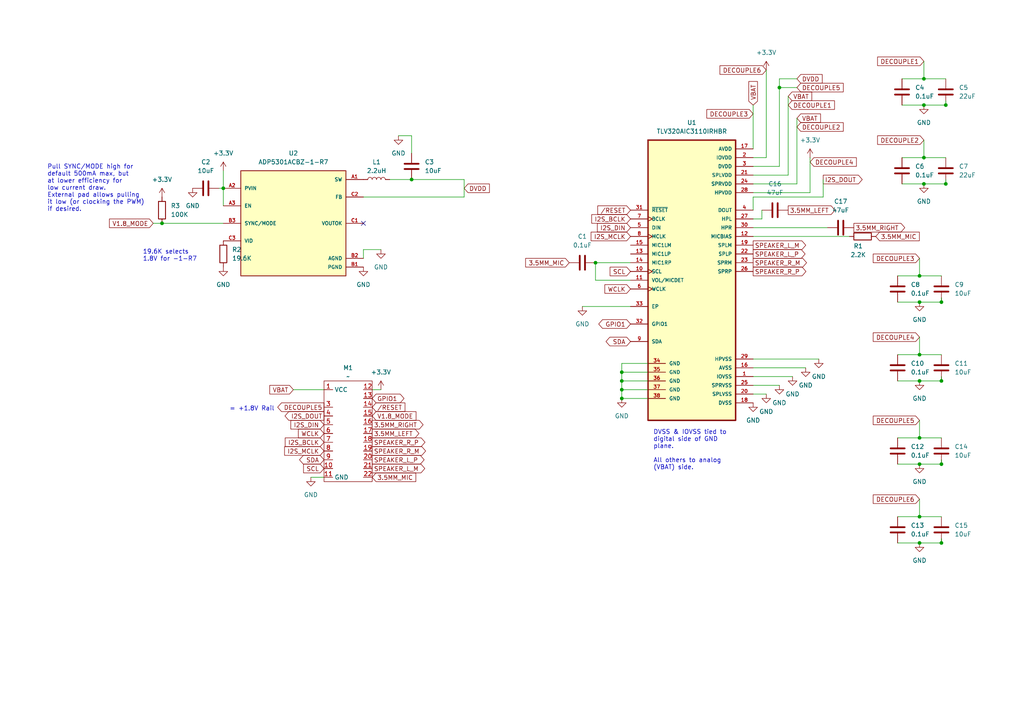
<source format=kicad_sch>
(kicad_sch (version 20231120) (generator "eeschema") (generator_version "8.0")
  (paper "A4")
  (lib_symbols
    (symbol "ADP5301ACBZ-1-R7:ADP5301ACBZ-1-R7" (pin_names (offset 1.016))
      (property "Reference" "U" (at -15.24 16.002 0))
      (property "Value" "ADP5301ACBZ-1-R7" (at -15.24 -17.78 0))
      (symbol "ADP5301ACBZ-1-R7_0_0"
        (rectangle (start -15.24 -15.24) (end 15.24 15.24) (stroke (width 0.254)) (fill (type background)))
        (pin output line (at 20.32 12.7 180) (length 5.08) (name "SW") (number "A1"))
        (pin input line (at -20.32 10.16 0) (length 5.08) (name "PVIN") (number "A2"))
        (pin input line (at -20.32 5.08 0) (length 5.08) (name "EN") (number "A3"))
        (pin power_in line (at 20.32 -12.7 180) (length 5.08) (name "PGND") (number "B1"))
        (pin power_in line (at 20.32 -10.16 180) (length 5.08) (name "AGND") (number "B2"))
        (pin input line (at -20.32 0 0) (length 5.08) (name "SYNC/MODE") (number "B3"))
        (pin output line (at 20.32 0 180) (length 5.08) (name "VOUTOK") (number "C1"))
        (pin input line (at 20.32 7.62 180) (length 5.08) (name "FB") (number "C2"))
        (pin passive line (at -20.32 -5.08 0) (length 5.08) (name "VID") (number "C3"))
      )
    )
    (symbol "Device:C" (pin_numbers hide) (pin_names (offset 0.254))
      (property "Reference" "C" (at 0.635 2.54 0))
      (property "Value" "C" (at 0.635 -2.54 0))
      (symbol "C_0_1"
        (polyline (pts (xy -2.032 -0.762) (xy 2.032 -0.762)) (stroke (width 0.508)))
        (polyline (pts (xy -2.032 0.762) (xy 2.032 0.762)) (stroke (width 0.508)))
      )
      (symbol "C_1_1"
        (pin passive line (at 0 3.81 270) (length 2.794) (name "~") (number "1"))
        (pin passive line (at 0 -3.81 90) (length 2.794) (name "~") (number "2"))
      )
    )
    (symbol "Device:L" (pin_numbers hide) (pin_names (offset 1.016) hide)
      (property "Reference" "L" (at -1.27 0 90))
      (property "Value" "L" (at 1.905 0 90))
      (symbol "L_0_1"
        (arc (start 0 -2.54) (mid 0.6323 -1.905) (end 0 -1.27))
        (arc (start 0 -1.27) (mid 0.6323 -0.635) (end 0 0))
        (arc (start 0 0) (mid 0.6323 0.635) (end 0 1.27))
        (arc (start 0 1.27) (mid 0.6323 1.905) (end 0 2.54))
      )
      (symbol "L_1_1"
        (pin passive line (at 0 3.81 270) (length 1.27) (name "1") (number "1"))
        (pin passive line (at 0 -3.81 90) (length 1.27) (name "2") (number "2"))
      )
    )
    (symbol "Device:R" (pin_numbers hide) (pin_names (offset 0))
      (property "Reference" "R" (at 2.032 0 90))
      (property "Value" "R" (at 0 0 90))
      (symbol "R_0_1"
        (rectangle (start -1.016 -2.54) (end 1.016 2.54) (stroke (width 0.254)))
      )
      (symbol "R_1_1"
        (pin passive line (at 0 3.81 270) (length 1.27) (name "~") (number "1"))
        (pin passive line (at 0 -3.81 90) (length 1.27) (name "~") (number "2"))
      )
    )
    (symbol "MegaCastle:MegaCastle2x11-Module"
      (property "Reference" "M" (at 0 0 0))
      (symbol "MegaCastle2x11-Module_0_1"
        (rectangle (start -6.35 13.97) (end 7.62 -15.24))
      )
      (symbol "MegaCastle2x11-Module_1_1"
        (pin bidirectional line (at -6.35 11.43 0) (length 2.54) (name "VCC") (number "1"))
        (pin bidirectional line (at -6.35 -11.43 0) (length 2.54) (name "") (number "10"))
        (pin bidirectional line (at -6.35 -13.97 0) (length 2.54) (name "GND") (number "11"))
        (pin bidirectional line (at 7.62 11.43 180) (length 2.54) (name "") (number "12"))
        (pin bidirectional line (at 7.62 8.89 180) (length 2.54) (name "") (number "13"))
        (pin bidirectional line (at 7.62 6.35 180) (length 2.54) (name "") (number "14"))
        (pin bidirectional line (at 7.62 3.81 180) (length 2.54) (name "") (number "15"))
        (pin bidirectional line (at 7.62 1.27 180) (length 2.54) (name "") (number "16"))
        (pin bidirectional line (at 7.62 -1.27 180) (length 2.54) (name "") (number "17"))
        (pin bidirectional line (at 7.62 -3.81 180) (length 2.54) (name "") (number "18"))
        (pin bidirectional line (at 7.62 -6.35 180) (length 2.54) (name "") (number "19"))
        (pin bidirectional line (at 7.62 -8.89 180) (length 2.54) (name "") (number "20"))
        (pin bidirectional line (at 7.62 -11.43 180) (length 2.54) (name "") (number "21"))
        (pin bidirectional line (at 7.62 -13.97 180) (length 2.54) (name "") (number "22"))
        (pin bidirectional line (at -6.35 6.35 0) (length 2.54) (name "") (number "3"))
        (pin bidirectional line (at -6.35 3.81 0) (length 2.54) (name "") (number "4"))
        (pin bidirectional line (at -6.35 1.27 0) (length 2.54) (name "") (number "5"))
        (pin bidirectional line (at -6.35 -1.27 0) (length 2.54) (name "") (number "6"))
        (pin bidirectional line (at -6.35 -3.81 0) (length 2.54) (name "") (number "7"))
        (pin bidirectional line (at -6.35 -6.35 0) (length 2.54) (name "") (number "8"))
        (pin bidirectional line (at -6.35 -8.89 0) (length 2.54) (name "") (number "9"))
      )
    )
    (symbol "TLV320AIC3110IRHBR:TLV320AIC3110IRHBR" (pin_names (offset 1.016))
      (property "Reference" "U" (at -12.7 41.64 0))
      (property "Value" "TLV320AIC3110IRHBR" (at -12.7 -44.64 0))
      (symbol "TLV320AIC3110IRHBR_0_0"
        (rectangle (start -12.7 -40.64) (end 12.7 40.64) (stroke (width 0.41)) (fill (type background)))
        (pin power_in line (at 17.78 -27.94 180) (length 5.08) (name "IOVSS") (number "1"))
        (pin input clock (at -17.78 2.54 0) (length 5.08) (name "SCL") (number "10"))
        (pin input line (at -17.78 0 0) (length 5.08) (name "VOL/MICDET") (number "11"))
        (pin output line (at 17.78 12.7 180) (length 5.08) (name "MICBIAS") (number "12"))
        (pin input line (at -17.78 7.62 0) (length 5.08) (name "MIC1LP") (number "13"))
        (pin input line (at -17.78 5.08 0) (length 5.08) (name "MIC1RP") (number "14"))
        (pin input line (at -17.78 10.16 0) (length 5.08) (name "MIC1LM") (number "15"))
        (pin power_in line (at 17.78 -25.4 180) (length 5.08) (name "AVSS") (number "16"))
        (pin power_in line (at 17.78 38.1 180) (length 5.08) (name "AVDD") (number "17"))
        (pin power_in line (at 17.78 -35.56 180) (length 5.08) (name "DVSS") (number "18"))
        (pin output line (at 17.78 10.16 180) (length 5.08) (name "SPLM") (number "19"))
        (pin power_in line (at 17.78 35.56 180) (length 5.08) (name "IOVDD") (number "2"))
        (pin power_in line (at 17.78 -33.02 180) (length 5.08) (name "SPLVSS") (number "20"))
        (pin power_in line (at 17.78 30.48 180) (length 5.08) (name "SPLVDD") (number "21"))
        (pin output line (at 17.78 7.62 180) (length 5.08) (name "SPLP") (number "22"))
        (pin output line (at 17.78 5.08 180) (length 5.08) (name "SPRM") (number "23"))
        (pin power_in line (at 17.78 27.94 180) (length 5.08) (name "SPRVDD") (number "24"))
        (pin power_in line (at 17.78 -30.48 180) (length 5.08) (name "SPRVSS") (number "25"))
        (pin output line (at 17.78 2.54 180) (length 5.08) (name "SPRP") (number "26"))
        (pin output line (at 17.78 17.78 180) (length 5.08) (name "HPL") (number "27"))
        (pin power_in line (at 17.78 25.4 180) (length 5.08) (name "HPVDD") (number "28"))
        (pin power_in line (at 17.78 -22.86 180) (length 5.08) (name "HPVSS") (number "29"))
        (pin power_in line (at 17.78 33.02 180) (length 5.08) (name "DVDD") (number "3"))
        (pin output line (at 17.78 15.24 180) (length 5.08) (name "HPR") (number "30"))
        (pin input line (at -17.78 20.32 0) (length 5.08) (name "~{RESET}") (number "31"))
        (pin bidirectional line (at -17.78 -12.7 0) (length 5.08) (name "GPIO1") (number "32"))
        (pin bidirectional line (at -17.78 -7.62 0) (length 5.08) (name "EP") (number "33"))
        (pin output line (at 17.78 20.32 180) (length 5.08) (name "DOUT") (number "4"))
        (pin input line (at -17.78 15.24 0) (length 5.08) (name "DIN") (number "5"))
        (pin input clock (at -17.78 -2.54 0) (length 5.08) (name "WCLK") (number "6"))
        (pin input clock (at -17.78 17.78 0) (length 5.08) (name "BCLK") (number "7"))
        (pin input clock (at -17.78 12.7 0) (length 5.08) (name "MCLK") (number "8"))
        (pin bidirectional line (at -17.78 -17.78 0) (length 5.08) (name "SDA") (number "9"))
      )
      (symbol "TLV320AIC3110IRHBR_1_0"
        (pin bidirectional line (at -12.7 -24.13 0) (length 5.08) (name "GND") (number "34"))
        (pin bidirectional line (at -12.7 -26.67 0) (length 5.08) (name "GND") (number "35"))
        (pin bidirectional line (at -12.7 -29.21 0) (length 5.08) (name "GND") (number "36"))
        (pin bidirectional line (at -12.7 -31.75 0) (length 5.08) (name "GND") (number "37"))
        (pin bidirectional line (at -12.7 -34.29 0) (length 5.08) (name "GND") (number "38"))
      )
    )
    (symbol "power:+3.3V" (power) (pin_names (offset 0))
      (property "Value" "+3.3V" (at 0 3.556 0))
      (symbol "+3.3V_0_1"
        (polyline (pts (xy -0.762 1.27) (xy 0 2.54)))
        (polyline (pts (xy 0 0) (xy 0 2.54)))
        (polyline (pts (xy 0 2.54) (xy 0.762 1.27)))
      )
      (symbol "+3.3V_1_1"
        (pin power_in line (at 0 0 90) (length 0) hide (name "+3.3V") (number "1"))
      )
    )
    (symbol "power:GND" (power) (pin_names (offset 0))
      (property "Value" "GND" (at 0 -3.81 0))
      (symbol "GND_0_1"
        (polyline (pts (xy 0 0) (xy 0 -1.27) (xy 1.27 -1.27) (xy 0 -2.54) (xy -1.27 -1.27) (xy 0 -1.27)))
      )
      (symbol "GND_1_1"
        (pin power_in line (at 0 0 270) (length 0) hide (name "GND") (number "1"))
      )
    )
  )
  (junction (at 267.97 53.34))
  (junction (at 180.34 107.95))
  (junction (at 266.7 134.62))
  (junction (at 273.05 134.62))
  (junction (at 274.32 30.48))
  (junction (at 274.32 53.34))
  (junction (at 266.7 127))
  (junction (at 267.97 45.72))
  (junction (at 273.05 157.48))
  (junction (at 266.7 102.87))
  (junction (at 64.77 54.61))
  (junction (at 180.34 113.03))
  (junction (at 226.06 25.4))
  (junction (at 180.34 110.49))
  (junction (at 266.7 149.86))
  (junction (at 266.7 80.01))
  (junction (at 119.38 52.07))
  (junction (at 180.34 115.57))
  (junction (at 46.99 64.77))
  (junction (at 266.7 157.48))
  (junction (at 273.05 110.49))
  (junction (at 273.05 87.63))
  (junction (at 266.7 87.63))
  (junction (at 267.97 30.48))
  (junction (at 266.7 110.49))
  (junction (at 172.72 76.2))
  (junction (at 267.97 22.86))
  (no_connect (at 105.41 64.77))
  (wire (pts (xy 260.35 102.87) (xy 266.7 102.87)))
  (wire (pts (xy 218.44 55.88) (xy 234.95 55.88)))
  (wire (pts (xy 266.7 74.93) (xy 266.7 80.01)))
  (wire (pts (xy 119.38 52.07) (xy 134.62 52.07)))
  (wire (pts (xy 119.38 44.45) (xy 119.38 39.37)))
  (wire (pts (xy 231.14 53.34) (xy 231.14 34.29)))
  (wire (pts (xy 267.97 22.86) (xy 274.32 22.86)))
  (wire (pts (xy 218.44 60.96) (xy 218.44 57.15)))
  (wire (pts (xy 266.7 110.49) (xy 273.05 110.49)))
  (wire (pts (xy 182.88 81.28) (xy 172.72 81.28)))
  (wire (pts (xy 113.03 52.07) (xy 119.38 52.07)))
  (wire (pts (xy 222.25 45.72) (xy 222.25 20.32)))
  (wire (pts (xy 218.44 114.3) (xy 222.25 114.3)))
  (wire (pts (xy 273.05 86.36) (xy 273.05 87.63)))
  (wire (pts (xy 218.44 68.58) (xy 246.38 68.58)))
  (wire (pts (xy 172.72 81.28) (xy 172.72 76.2)))
  (wire (pts (xy 266.7 102.87) (xy 273.05 102.87)))
  (wire (pts (xy 46.99 64.77) (xy 64.77 64.77)))
  (wire (pts (xy 267.97 30.48) (xy 274.32 30.48)))
  (wire (pts (xy 267.97 45.72) (xy 274.32 45.72)))
  (wire (pts (xy 134.62 52.07) (xy 134.62 57.15)))
  (wire (pts (xy 226.06 48.26) (xy 226.06 25.4)))
  (wire (pts (xy 266.7 149.86) (xy 273.05 149.86)))
  (wire (pts (xy 180.34 110.49) (xy 187.96 110.49)))
  (wire (pts (xy 273.05 109.22) (xy 273.05 110.49)))
  (wire (pts (xy 64.77 49.53) (xy 64.77 54.61)))
  (wire (pts (xy 266.7 97.79) (xy 266.7 102.87)))
  (wire (pts (xy 231.14 22.86) (xy 226.06 22.86)))
  (wire (pts (xy 172.72 76.2) (xy 182.88 76.2)))
  (wire (pts (xy 266.7 157.48) (xy 273.05 157.48)))
  (wire (pts (xy 266.7 80.01) (xy 273.05 80.01)))
  (wire (pts (xy 218.44 45.72) (xy 222.25 45.72)))
  (wire (pts (xy 44.45 64.77) (xy 46.99 64.77)))
  (wire (pts (xy 226.06 22.86) (xy 226.06 25.4)))
  (wire (pts (xy 218.44 109.22) (xy 229.87 109.22)))
  (wire (pts (xy 218.44 106.68) (xy 233.68 106.68)))
  (wire (pts (xy 260.35 157.48) (xy 266.7 157.48)))
  (wire (pts (xy 180.34 113.03) (xy 180.34 115.57)))
  (wire (pts (xy 260.35 87.63) (xy 266.7 87.63)))
  (wire (pts (xy 226.06 25.4) (xy 231.14 25.4)))
  (wire (pts (xy 63.5 54.61) (xy 64.77 54.61)))
  (wire (pts (xy 105.41 74.93) (xy 105.41 72.39)))
  (wire (pts (xy 218.44 57.15) (xy 238.76 57.15)))
  (wire (pts (xy 180.34 115.57) (xy 187.96 115.57)))
  (wire (pts (xy 218.44 50.8) (xy 228.6 50.8)))
  (wire (pts (xy 260.35 80.01) (xy 266.7 80.01)))
  (wire (pts (xy 261.62 22.86) (xy 267.97 22.86)))
  (wire (pts (xy 266.7 144.78) (xy 266.7 149.86)))
  (wire (pts (xy 180.34 113.03) (xy 187.96 113.03)))
  (wire (pts (xy 274.32 52.07) (xy 274.32 53.34)))
  (wire (pts (xy 267.97 17.78) (xy 267.97 22.86)))
  (wire (pts (xy 261.62 30.48) (xy 267.97 30.48)))
  (wire (pts (xy 238.76 52.07) (xy 238.76 57.15)))
  (wire (pts (xy 105.41 72.39) (xy 110.49 72.39)))
  (wire (pts (xy 234.95 55.88) (xy 234.95 45.72)))
  (wire (pts (xy 187.96 105.41) (xy 180.34 105.41)))
  (wire (pts (xy 266.7 87.63) (xy 273.05 87.63)))
  (wire (pts (xy 218.44 30.48) (xy 218.44 43.18)))
  (wire (pts (xy 105.41 57.15) (xy 134.62 57.15)))
  (wire (pts (xy 218.44 53.34) (xy 231.14 53.34)))
  (wire (pts (xy 260.35 149.86) (xy 266.7 149.86)))
  (wire (pts (xy 273.05 133.35) (xy 273.05 134.62)))
  (wire (pts (xy 273.05 156.21) (xy 273.05 157.48)))
  (wire (pts (xy 90.17 138.43) (xy 93.98 138.43)))
  (wire (pts (xy 107.95 113.03) (xy 110.49 113.03)))
  (wire (pts (xy 64.77 54.61) (xy 64.77 59.69)))
  (wire (pts (xy 168.91 88.9) (xy 182.88 88.9)))
  (wire (pts (xy 180.34 107.95) (xy 187.96 107.95)))
  (wire (pts (xy 180.34 107.95) (xy 180.34 110.49)))
  (wire (pts (xy 85.09 113.03) (xy 93.98 113.03)))
  (wire (pts (xy 180.34 105.41) (xy 180.34 107.95)))
  (wire (pts (xy 218.44 66.04) (xy 240.03 66.04)))
  (wire (pts (xy 180.34 110.49) (xy 180.34 113.03)))
  (wire (pts (xy 220.98 60.96) (xy 220.98 63.5)))
  (wire (pts (xy 260.35 127) (xy 266.7 127)))
  (wire (pts (xy 218.44 111.76) (xy 226.06 111.76)))
  (wire (pts (xy 266.7 134.62) (xy 273.05 134.62)))
  (wire (pts (xy 267.97 53.34) (xy 274.32 53.34)))
  (wire (pts (xy 267.97 40.64) (xy 267.97 45.72)))
  (wire (pts (xy 220.98 63.5) (xy 218.44 63.5)))
  (wire (pts (xy 261.62 45.72) (xy 267.97 45.72)))
  (wire (pts (xy 218.44 104.14) (xy 237.49 104.14)))
  (wire (pts (xy 260.35 134.62) (xy 266.7 134.62)))
  (wire (pts (xy 260.35 110.49) (xy 266.7 110.49)))
  (wire (pts (xy 228.6 50.8) (xy 228.6 27.94)))
  (wire (pts (xy 119.38 39.37) (xy 115.57 39.37)))
  (wire (pts (xy 261.62 53.34) (xy 267.97 53.34)))
  (wire (pts (xy 218.44 48.26) (xy 226.06 48.26)))
  (wire (pts (xy 266.7 121.92) (xy 266.7 127)))
  (wire (pts (xy 266.7 127) (xy 273.05 127)))
  (wire (pts (xy 274.32 29.21) (xy 274.32 30.48)))
  (text "Pull SYNC/MODE high for\ndefault 500mA max, but\nat lower efficiency for\nlow current draw.\nExternal pad allows pulling\nit low (or clocking the PWM)\nif desired." (at 13.716 54.61 0) (effects (font (size 1.27 1.27)) (justify left)))
  (text "19.6K selects\n1.8V for -1-R7" (at 41.402 74.168 0) (effects (font (size 1.27 1.27)) (justify left)))
  (text "= +1.8V Rail" (at 66.548 118.618 0) (effects (font (size 1.27 1.27)) (justify left)))
  (text "DVSS & IOVSS tied to\ndigital side of GND\nplane.\n\nAll others to analog\n(VBAT) side." (at 189.484 130.556 0) (effects (font (size 1.27 1.27)) (justify left)))
  (global_label "3.5MM_MIC" (shape input) (at 254 68.58 0) (property "Intersheetrefs" "${INTERSHEET_REFS}" (effects (hide yes))))
  (global_label "DECOUPLE5" (shape input) (at 266.7 121.92 180) (property "Intersheetrefs" "${INTERSHEET_REFS}" (effects (hide yes))))
  (global_label "DECOUPLE3" (shape input) (at 266.7 74.93 180) (property "Intersheetrefs" "${INTERSHEET_REFS}" (effects (hide yes))))
  (global_label "WCLK" (shape input) (at 93.98 125.73 180) (property "Intersheetrefs" "${INTERSHEET_REFS}" (effects (hide yes))))
  (global_label "DECOUPLE6" (shape input) (at 222.25 20.32 180) (property "Intersheetrefs" "${INTERSHEET_REFS}" (effects (hide yes))))
  (global_label "I2S_BCLK" (shape input) (at 182.88 63.5 180) (property "Intersheetrefs" "${INTERSHEET_REFS}" (effects (hide yes))))
  (global_label "{slash}RESET" (shape input) (at 182.88 60.96 180) (property "Intersheetrefs" "${INTERSHEET_REFS}" (effects (hide yes))))
  (global_label "VBAT" (shape input) (at 218.44 30.48 90) (property "Intersheetrefs" "${INTERSHEET_REFS}" (effects (hide yes))))
  (global_label "SDA" (shape bidirectional) (at 182.88 99.06 180) (property "Intersheetrefs" "${INTERSHEET_REFS}" (effects (hide yes))))
  (global_label "DVDD" (shape input) (at 231.14 22.86 0) (property "Intersheetrefs" "${INTERSHEET_REFS}" (effects (hide yes))))
  (global_label "DECOUPLE4" (shape input) (at 266.7 97.79 180) (property "Intersheetrefs" "${INTERSHEET_REFS}" (effects (hide yes))))
  (global_label "I2S_DOUT" (shape output) (at 238.76 52.07 0) (property "Intersheetrefs" "${INTERSHEET_REFS}" (effects (hide yes))))
  (global_label "I2S_MCLK" (shape input) (at 93.98 130.81 180) (property "Intersheetrefs" "${INTERSHEET_REFS}" (effects (hide yes))))
  (global_label "I2S_DIN" (shape input) (at 182.88 66.04 180) (property "Intersheetrefs" "${INTERSHEET_REFS}" (effects (hide yes))))
  (global_label "SCL" (shape input) (at 93.98 135.89 180) (property "Intersheetrefs" "${INTERSHEET_REFS}" (effects (hide yes))))
  (global_label "3.5MM_MIC" (shape input) (at 165.1 76.2 180) (property "Intersheetrefs" "${INTERSHEET_REFS}" (effects (hide yes))))
  (global_label "SPEAKER_L_P" (shape output) (at 218.44 73.66 0) (property "Intersheetrefs" "${INTERSHEET_REFS}" (effects (hide yes))))
  (global_label "SPEAKER_R_P" (shape output) (at 218.44 78.74 0) (property "Intersheetrefs" "${INTERSHEET_REFS}" (effects (hide yes))))
  (global_label "GPIO1" (shape bidirectional) (at 107.95 115.57 0) (property "Intersheetrefs" "${INTERSHEET_REFS}" (effects (hide yes))))
  (global_label "DECOUPLE4" (shape input) (at 234.95 46.99 0) (property "Intersheetrefs" "${INTERSHEET_REFS}" (effects (hide yes))))
  (global_label "I2S_DOUT" (shape output) (at 93.98 120.65 180) (property "Intersheetrefs" "${INTERSHEET_REFS}" (effects (hide yes))))
  (global_label "V1.8_MODE" (shape input) (at 44.45 64.77 180) (property "Intersheetrefs" "${INTERSHEET_REFS}" (effects (hide yes))))
  (global_label "SDA" (shape bidirectional) (at 93.98 133.35 180) (property "Intersheetrefs" "${INTERSHEET_REFS}" (effects (hide yes))))
  (global_label "DECOUPLE2" (shape input) (at 267.97 40.64 180) (property "Intersheetrefs" "${INTERSHEET_REFS}" (effects (hide yes))))
  (global_label "DVDD" (shape input) (at 134.62 54.61 0) (property "Intersheetrefs" "${INTERSHEET_REFS}" (effects (hide yes))))
  (global_label "VBAT" (shape input) (at 228.6 27.94 0) (property "Intersheetrefs" "${INTERSHEET_REFS}" (effects (hide yes))))
  (global_label "3.5MM_LEFT" (shape output) (at 228.6 60.96 0) (property "Intersheetrefs" "${INTERSHEET_REFS}" (effects (hide yes))))
  (global_label "VBAT" (shape input) (at 85.09 113.03 180) (property "Intersheetrefs" "${INTERSHEET_REFS}" (effects (hide yes))))
  (global_label "SPEAKER_L_M" (shape output) (at 107.95 135.89 0) (property "Intersheetrefs" "${INTERSHEET_REFS}" (effects (hide yes))))
  (global_label "V1.8_MODE" (shape input) (at 107.95 120.65 0) (property "Intersheetrefs" "${INTERSHEET_REFS}" (effects (hide yes))))
  (global_label "DECOUPLE6" (shape input) (at 266.7 144.78 180) (property "Intersheetrefs" "${INTERSHEET_REFS}" (effects (hide yes))))
  (global_label "GPIO1" (shape bidirectional) (at 182.88 93.98 180) (property "Intersheetrefs" "${INTERSHEET_REFS}" (effects (hide yes))))
  (global_label "DECOUPLE3" (shape input) (at 218.44 33.02 180) (property "Intersheetrefs" "${INTERSHEET_REFS}" (effects (hide yes))))
  (global_label "WCLK" (shape input) (at 182.88 83.82 180) (property "Intersheetrefs" "${INTERSHEET_REFS}" (effects (hide yes))))
  (global_label "3.5MM_RIGHT" (shape output) (at 247.65 66.04 0) (property "Intersheetrefs" "${INTERSHEET_REFS}" (effects (hide yes))))
  (global_label "DECOUPLE2" (shape input) (at 231.14 36.83 0) (property "Intersheetrefs" "${INTERSHEET_REFS}" (effects (hide yes))))
  (global_label "SPEAKER_R_M" (shape output) (at 107.95 130.81 0) (property "Intersheetrefs" "${INTERSHEET_REFS}" (effects (hide yes))))
  (global_label "SCL" (shape input) (at 182.88 78.74 180) (property "Intersheetrefs" "${INTERSHEET_REFS}" (effects (hide yes))))
  (global_label "I2S_MCLK" (shape input) (at 182.88 68.58 180) (property "Intersheetrefs" "${INTERSHEET_REFS}" (effects (hide yes))))
  (global_label "SPEAKER_R_P" (shape output) (at 107.95 128.27 0) (property "Intersheetrefs" "${INTERSHEET_REFS}" (effects (hide yes))))
  (global_label "VBAT" (shape input) (at 231.14 34.29 0) (property "Intersheetrefs" "${INTERSHEET_REFS}" (effects (hide yes))))
  (global_label "DECOUPLE5" (shape input) (at 231.14 25.4 0) (property "Intersheetrefs" "${INTERSHEET_REFS}" (effects (hide yes))))
  (global_label "I2S_BCLK" (shape input) (at 93.98 128.27 180) (property "Intersheetrefs" "${INTERSHEET_REFS}" (effects (hide yes))))
  (global_label "3.5MM_LEFT" (shape output) (at 107.95 125.73 0) (property "Intersheetrefs" "${INTERSHEET_REFS}" (effects (hide yes))))
  (global_label "3.5MM_RIGHT" (shape output) (at 107.95 123.19 0) (property "Intersheetrefs" "${INTERSHEET_REFS}" (effects (hide yes))))
  (global_label "I2S_DIN" (shape input) (at 93.98 123.19 180) (property "Intersheetrefs" "${INTERSHEET_REFS}" (effects (hide yes))))
  (global_label "DECOUPLE1" (shape input) (at 267.97 17.78 180) (property "Intersheetrefs" "${INTERSHEET_REFS}" (effects (hide yes))))
  (global_label "SPEAKER_L_P" (shape output) (at 107.95 133.35 0) (property "Intersheetrefs" "${INTERSHEET_REFS}" (effects (hide yes))))
  (global_label "DECOUPLE5" (shape output) (at 93.98 118.11 180) (property "Intersheetrefs" "${INTERSHEET_REFS}" (effects (hide yes))))
  (global_label "SPEAKER_L_M" (shape output) (at 218.44 71.12 0) (property "Intersheetrefs" "${INTERSHEET_REFS}" (effects (hide yes))))
  (global_label "SPEAKER_R_M" (shape output) (at 218.44 76.2 0) (property "Intersheetrefs" "${INTERSHEET_REFS}" (effects (hide yes))))
  (global_label "3.5MM_MIC" (shape input) (at 107.95 138.43 0) (property "Intersheetrefs" "${INTERSHEET_REFS}" (effects (hide yes))))
  (global_label "{slash}RESET" (shape input) (at 107.95 118.11 0) (property "Intersheetrefs" "${INTERSHEET_REFS}" (effects (hide yes))))
  (global_label "DECOUPLE1" (shape input) (at 228.6 30.48 0) (property "Intersheetrefs" "${INTERSHEET_REFS}" (effects (hide yes))))
  (symbol (lib_id "Device:C") (at 260.35 83.82 0) (unit 1)
    (property "Reference" "C8" (at 264.16 82.5499 0) (effects (justify left)))
    (property "Value" "0.1uF" (at 264.16 85.0899 0) (effects (justify left)))
    (property "Footprint" "Capacitor_SMD:C_0603_1608Metric" (effects (hide yes)))
    (property "Description" "Unpolarized capacitor" (effects (hide yes)))
  )
  (symbol (lib_id "power:GND") (at 266.7 134.62 0) (unit 1)
    (property "Reference" "#PWR021" (effects (hide yes)))
    (property "Value" "GND" (at 266.7 139.7 0))
    (property "Description" "Power symbol creates a global label with name \"GND\" , ground" (effects (hide yes)))
  )
  (symbol (lib_id "power:+3.3V") (at 64.77 49.53 0) (mirror y) (unit 1)
    (property "Reference" "#PWR03" (effects (hide yes)))
    (property "Value" "+3.3V" (at 64.77 44.45 0))
    (property "Description" "Power symbol creates a global label with name \"+3.3V\"" (effects (hide yes)))
  )
  (symbol (lib_id "power:GND") (at 267.97 30.48 0) (unit 1)
    (property "Reference" "#PWR017" (effects (hide yes)))
    (property "Value" "GND" (at 267.97 35.56 0))
    (property "Description" "Power symbol creates a global label with name \"GND\" , ground" (effects (hide yes)))
  )
  (symbol (lib_id "power:GND") (at 266.7 157.48 0) (unit 1)
    (property "Reference" "#PWR022" (effects (hide yes)))
    (property "Value" "GND" (at 266.7 162.56 0))
    (property "Description" "Power symbol creates a global label with name \"GND\" , ground" (effects (hide yes)))
  )
  (symbol (lib_id "power:GND") (at 229.87 109.22 0) (unit 1)
    (property "Reference" "#PWR012" (effects (hide yes)))
    (property "Value" "GND" (at 229.87 114.3 0))
    (property "Description" "Power symbol creates a global label with name \"GND\" , ground" (effects (hide yes)))
  )
  (symbol (lib_id "power:GND") (at 105.41 77.47 0) (unit 1)
    (property "Reference" "#PWR08" (effects (hide yes)))
    (property "Value" "GND" (at 105.41 82.55 0))
    (property "Description" "Power symbol creates a global label with name \"GND\" , ground" (effects (hide yes)))
  )
  (symbol (lib_id "power:GND") (at 266.7 110.49 0) (unit 1)
    (property "Reference" "#PWR020" (effects (hide yes)))
    (property "Value" "GND" (at 266.7 115.57 0))
    (property "Description" "Power symbol creates a global label with name \"GND\" , ground" (effects (hide yes)))
  )
  (symbol (lib_id "Device:C") (at 260.35 130.81 0) (unit 1)
    (property "Reference" "C12" (at 264.16 129.5399 0) (effects (justify left)))
    (property "Value" "0.1uF" (at 264.16 132.0799 0) (effects (justify left)))
    (property "Footprint" "Capacitor_SMD:C_0603_1608Metric" (effects (hide yes)))
    (property "Description" "Unpolarized capacitor" (effects (hide yes)))
  )
  (symbol (lib_id "TLV320AIC3110IRHBR:TLV320AIC3110IRHBR") (at 200.66 81.28 0) (unit 1)
    (property "Reference" "U1" (at 200.66 35.56 0))
    (property "Value" "TLV320AIC3110IRHBR" (at 200.66 38.1 0))
    (property "Footprint" "TLV320AIC3110IRHBR:IC_ADS125H01IRHBT" (effects (hide yes)))
    (property "MF" "Texas Instruments" (effects (hide yes)))
    (property "Description_1" "\n                        \n                            Low-Power Audio Codec With 1.3W Stereo Class-D Speaker Amplifier\n                        \n" (effects (hide yes)))
    (property "Package" "VQFN-32-32 Texas Instruments" (effects (hide yes)))
    (property "Price" "None" (effects (hide yes)))
    (property "SnapEDA_Link" "https://www.snapeda.com/parts/TLV320AIC3110IRHBR/Texas+Instruments/view-part/?ref=snap" (effects (hide yes)))
    (property "MP" "TLV320AIC3110IRHBR" (effects (hide yes)))
    (property "Availability" "In Stock" (effects (hide yes)))
    (property "Check_prices" "https://www.snapeda.com/parts/TLV320AIC3110IRHBR/Texas+Instruments/view-part/?ref=eda" (effects (hide yes)))
  )
  (symbol (lib_id "power:GND") (at 115.57 39.37 0) (unit 1)
    (property "Reference" "#PWR09" (effects (hide yes)))
    (property "Value" "GND" (at 115.57 44.45 0))
    (property "Description" "Power symbol creates a global label with name \"GND\" , ground" (effects (hide yes)))
  )
  (symbol (lib_id "Device:C") (at 273.05 106.68 0) (unit 1)
    (property "Reference" "C11" (at 276.86 105.4099 0) (effects (justify left)))
    (property "Value" "10uF" (at 276.86 107.9499 0) (effects (justify left)))
    (property "Footprint" "Capacitor_SMD:C_0603_1608Metric" (effects (hide yes)))
    (property "Description" "Unpolarized capacitor" (effects (hide yes)))
  )
  (symbol (lib_id "Device:C") (at 274.32 26.67 0) (unit 1)
    (property "Reference" "C5" (at 278.13 25.3999 0) (effects (justify left)))
    (property "Value" "22uF" (at 278.13 27.9399 0) (effects (justify left)))
    (property "Footprint" "Capacitor_SMD:C_0603_1608Metric" (effects (hide yes)))
    (property "Description" "Unpolarized capacitor" (effects (hide yes)))
  )
  (symbol (lib_id "power:GND") (at 64.77 77.47 0) (unit 1)
    (property "Reference" "#PWR05" (effects (hide yes)))
    (property "Value" "GND" (at 64.77 82.55 0))
    (property "Description" "Power symbol creates a global label with name \"GND\" , ground" (effects (hide yes)))
  )
  (symbol (lib_id "Device:C") (at 273.05 83.82 0) (unit 1)
    (property "Reference" "C9" (at 276.86 82.5499 0) (effects (justify left)))
    (property "Value" "10uF" (at 276.86 85.0899 0) (effects (justify left)))
    (property "Footprint" "Capacitor_SMD:C_0603_1608Metric" (effects (hide yes)))
    (property "Description" "Unpolarized capacitor" (effects (hide yes)))
  )
  (symbol (lib_id "Device:C") (at 243.84 66.04 90) (unit 1)
    (property "Reference" "C17" (at 243.84 58.42 90))
    (property "Value" "47uF" (at 243.84 60.96 90))
    (property "Footprint" "Capacitor_SMD:C_0603_1608Metric" (effects (hide yes)))
    (property "Description" "Unpolarized capacitor" (effects (hide yes)))
  )
  (symbol (lib_id "power:GND") (at 180.34 115.57 0) (unit 1)
    (property "Reference" "#PWR04" (effects (hide yes)))
    (property "Value" "GND" (at 180.34 120.65 0))
    (property "Description" "Power symbol creates a global label with name \"GND\" , ground" (effects (hide yes)))
  )
  (symbol (lib_id "power:GND") (at 222.25 114.3 0) (unit 1)
    (property "Reference" "#PWR013" (effects (hide yes)))
    (property "Value" "GND" (at 222.25 119.38 0))
    (property "Description" "Power symbol creates a global label with name \"GND\" , ground" (effects (hide yes)))
  )
  (symbol (lib_id "ADP5301ACBZ-1-R7:ADP5301ACBZ-1-R7") (at 85.09 64.77 0) (unit 1)
    (property "Reference" "U2" (at 85.09 44.45 0))
    (property "Value" "ADP5301ACBZ-1-R7" (at 85.09 46.99 0))
    (property "Footprint" "BGA9C50P3X3_187X165X66N" (effects (hide yes)))
    (property "B_NOM" "32.0" (effects (hide yes)))
    (property "Check_prices" "https://www.snapeda.com/parts/ADP5301ACBZ-1-R7/Analog+Devices/view-part/?ref=eda" (effects (hide yes)))
    (property "Description_1" "\n                        \n                            50 mA/500 mA, High Efficiency, Ultralow Power Step-Down Regulator\n                        \n" (effects (hide yes)))
    (property "Price" "None" (effects (hide yes)))
    (property "ENOM" "0.5" (effects (hide yes)))
    (property "COURTYARD_EXCESS" "1.0" (effects (hide yes)))
    (property "D_NOM" "1.87" (effects (hide yes)))
    (property "D_MAX" "1.91" (effects (hide yes)))
    (property "A_MAX" "0.66" (effects (hide yes)))
    (property "ALPHA_ROWS" "True" (effects (hide yes)))
    (property "Package" "WLCSP -9 Analog Devices" (effects (hide yes)))
    (property "A_NOM" "0.66" (effects (hide yes)))
    (property "A_MIN" "0.66" (effects (hide yes)))
    (property "STANDARD" "IPC 7351B" (effects (hide yes)))
    (property "DNOM" "0.5" (effects (hide yes)))
    (property "SnapEDA_Link" "https://www.snapeda.com/parts/ADP5301ACBZ-1-R7/Analog+Devices/view-part/?ref=snap" (effects (hide yes)))
    (property "E_NOM" "1.65" (effects (hide yes)))
    (property "MANUFACTURER" "Analog devices" (effects (hide yes)))
    (property "MF" "Analog Devices" (effects (hide yes)))
    (property "COLLAPSING_BALL" "True" (effects (hide yes)))
    (property "PIN_COUNT_E" "3.0" (effects (hide yes)))
    (property "PIN_COUNT_D" "3.0" (effects (hide yes)))
    (property "E_MIN" "1.61" (effects (hide yes)))
    (property "D_MIN" "1.83" (effects (hide yes)))
    (property "MP" "ADP5301ACBZ-1-R7" (effects (hide yes)))
    (property "Availability" "In Stock" (effects (hide yes)))
    (property "E_MAX" "1.69" (effects (hide yes)))
  )
  (symbol (lib_id "Device:R") (at 250.19 68.58 90) (unit 1)
    (property "Reference" "R1" (at 248.92 71.374 90))
    (property "Value" "2.2K" (at 248.92 73.914 90))
    (property "Footprint" "Resistor_SMD:R_0603_1608Metric" (effects (hide yes)))
    (property "Description" "Resistor" (effects (hide yes)))
  )
  (symbol (lib_id "Device:C") (at 260.35 106.68 0) (unit 1)
    (property "Reference" "C10" (at 264.16 105.4099 0) (effects (justify left)))
    (property "Value" "0.1uF" (at 264.16 107.9499 0) (effects (justify left)))
    (property "Footprint" "Capacitor_SMD:C_0603_1608Metric" (effects (hide yes)))
    (property "Description" "Unpolarized capacitor" (effects (hide yes)))
  )
  (symbol (lib_id "Device:C") (at 59.69 54.61 90) (unit 1)
    (property "Reference" "C2" (at 59.69 46.99 90))
    (property "Value" "10uF" (at 59.69 49.53 90))
    (property "Footprint" "Capacitor_SMD:C_0603_1608Metric" (effects (hide yes)))
    (property "Description" "Unpolarized capacitor" (effects (hide yes)))
  )
  (symbol (lib_id "power:GND") (at 226.06 111.76 0) (unit 1)
    (property "Reference" "#PWR014" (effects (hide yes)))
    (property "Value" "GND" (at 226.06 116.84 0))
    (property "Description" "Power symbol creates a global label with name \"GND\" , ground" (effects (hide yes)))
  )
  (symbol (lib_id "power:+3.3V") (at 46.99 57.15 0) (unit 1)
    (property "Reference" "#PWR010" (effects (hide yes)))
    (property "Value" "+3.3V" (at 46.99 52.07 0))
    (property "Description" "Power symbol creates a global label with name \"+3.3V\"" (effects (hide yes)))
  )
  (symbol (lib_id "Device:L") (at 109.22 52.07 90) (unit 1)
    (property "Reference" "L1" (at 109.22 46.99 90))
    (property "Value" "2.2uH" (at 109.22 49.53 90))
    (property "Footprint" "Inductor_SMD:L_0805_2012Metric" (effects (hide yes)))
    (property "Description" "Inductor" (effects (hide yes)))
  )
  (symbol (lib_id "Device:C") (at 260.35 153.67 0) (unit 1)
    (property "Reference" "C13" (at 264.16 152.3999 0) (effects (justify left)))
    (property "Value" "0.1uF" (at 264.16 154.9399 0) (effects (justify left)))
    (property "Footprint" "Capacitor_SMD:C_0603_1608Metric" (effects (hide yes)))
    (property "Description" "Unpolarized capacitor" (effects (hide yes)))
  )
  (symbol (lib_id "power:GND") (at 233.68 106.68 0) (unit 1)
    (property "Reference" "#PWR015" (effects (hide yes)))
    (property "Value" "GND" (at 233.68 111.76 0))
    (property "Description" "Power symbol creates a global label with name \"GND\" , ground" (effects (hide yes)))
  )
  (symbol (lib_id "power:+3.3V") (at 110.49 113.03 0) (unit 1)
    (property "Reference" "#PWR02" (effects (hide yes)))
    (property "Value" "+3.3V" (at 110.49 107.95 0))
    (property "Description" "Power symbol creates a global label with name \"+3.3V\"" (effects (hide yes)))
  )
  (symbol (lib_id "power:GND") (at 168.91 88.9 0) (unit 1)
    (property "Reference" "#PWR024" (effects (hide yes)))
    (property "Value" "GND" (at 168.91 93.98 0))
    (property "Description" "Power symbol creates a global label with name \"GND\" , ground" (effects (hide yes)))
  )
  (symbol (lib_id "power:GND") (at 110.49 72.39 0) (unit 1)
    (property "Reference" "#PWR07" (effects (hide yes)))
    (property "Value" "GND" (at 110.49 77.47 0))
    (property "Description" "Power symbol creates a global label with name \"GND\" , ground" (effects (hide yes)))
  )
  (symbol (lib_id "Device:C") (at 168.91 76.2 270) (unit 1)
    (property "Reference" "C1" (at 168.91 68.58 90))
    (property "Value" "0.1uF" (at 168.91 71.12 90))
    (property "Footprint" "Capacitor_SMD:C_0603_1608Metric" (effects (hide yes)))
    (property "Description" "Unpolarized capacitor" (effects (hide yes)))
  )
  (symbol (lib_id "Device:C") (at 273.05 130.81 0) (unit 1)
    (property "Reference" "C14" (at 276.86 129.5399 0) (effects (justify left)))
    (property "Value" "10uF" (at 276.86 132.0799 0) (effects (justify left)))
    (property "Footprint" "Capacitor_SMD:C_0603_1608Metric" (effects (hide yes)))
    (property "Description" "Unpolarized capacitor" (effects (hide yes)))
  )
  (symbol (lib_id "power:GND") (at 55.88 54.61 0) (unit 1)
    (property "Reference" "#PWR06" (effects (hide yes)))
    (property "Value" "GND" (at 55.88 59.69 0))
    (property "Description" "Power symbol creates a global label with name \"GND\" , ground" (effects (hide yes)))
  )
  (symbol (lib_id "Device:C") (at 261.62 49.53 0) (unit 1)
    (property "Reference" "C6" (at 265.43 48.2599 0) (effects (justify left)))
    (property "Value" "0.1uF" (at 265.43 50.7999 0) (effects (justify left)))
    (property "Footprint" "Capacitor_SMD:C_0603_1608Metric" (effects (hide yes)))
    (property "Description" "Unpolarized capacitor" (effects (hide yes)))
  )
  (symbol (lib_id "Device:C") (at 274.32 49.53 0) (unit 1)
    (property "Reference" "C7" (at 278.13 48.2599 0) (effects (justify left)))
    (property "Value" "22uF" (at 278.13 50.7999 0) (effects (justify left)))
    (property "Footprint" "Capacitor_SMD:C_0603_1608Metric" (effects (hide yes)))
    (property "Description" "Unpolarized capacitor" (effects (hide yes)))
  )
  (symbol (lib_id "Device:C") (at 224.79 60.96 90) (unit 1)
    (property "Reference" "C16" (at 224.79 53.34 90))
    (property "Value" "47uF" (at 224.79 55.88 90))
    (property "Footprint" "Capacitor_SMD:C_0603_1608Metric" (effects (hide yes)))
    (property "Description" "Unpolarized capacitor" (effects (hide yes)))
  )
  (symbol (lib_id "power:GND") (at 237.49 104.14 0) (unit 1)
    (property "Reference" "#PWR016" (effects (hide yes)))
    (property "Value" "GND" (at 237.49 109.22 0))
    (property "Description" "Power symbol creates a global label with name \"GND\" , ground" (effects (hide yes)))
  )
  (symbol (lib_id "power:GND") (at 266.7 87.63 0) (unit 1)
    (property "Reference" "#PWR019" (effects (hide yes)))
    (property "Value" "GND" (at 266.7 92.71 0))
    (property "Description" "Power symbol creates a global label with name \"GND\" , ground" (effects (hide yes)))
  )
  (symbol (lib_id "Device:C") (at 119.38 48.26 180) (unit 1)
    (property "Reference" "C3" (at 123.19 46.9899 0) (effects (justify right)))
    (property "Value" "10uF" (at 123.19 49.5299 0) (effects (justify right)))
    (property "Footprint" "Capacitor_SMD:C_0603_1608Metric" (effects (hide yes)))
    (property "Description" "Unpolarized capacitor" (effects (hide yes)))
  )
  (symbol (lib_id "power:GND") (at 90.17 138.43 0) (unit 1)
    (property "Reference" "#PWR025" (effects (hide yes)))
    (property "Value" "GND" (at 90.17 143.51 0))
    (property "Description" "Power symbol creates a global label with name \"GND\" , ground" (effects (hide yes)))
  )
  (symbol (lib_id "Device:C") (at 261.62 26.67 0) (unit 1)
    (property "Reference" "C4" (at 265.43 25.3999 0) (effects (justify left)))
    (property "Value" "0.1uF" (at 265.43 27.9399 0) (effects (justify left)))
    (property "Footprint" "Capacitor_SMD:C_0603_1608Metric" (effects (hide yes)))
    (property "Description" "Unpolarized capacitor" (effects (hide yes)))
  )
  (symbol (lib_id "Device:R") (at 64.77 73.66 0) (unit 1)
    (property "Reference" "R2" (at 67.31 72.3899 0) (effects (justify left)))
    (property "Value" "19.6K" (at 67.31 74.9299 0) (effects (justify left)))
    (property "Footprint" "Resistor_SMD:R_0603_1608Metric" (effects (hide yes)))
    (property "Description" "Resistor" (effects (hide yes)))
  )
  (symbol (lib_id "power:+3.3V") (at 234.95 45.72 0) (unit 1)
    (property "Reference" "#PWR01" (effects (hide yes)))
    (property "Value" "+3.3V" (at 234.95 40.64 0))
    (property "Description" "Power symbol creates a global label with name \"+3.3V\"" (effects (hide yes)))
  )
  (symbol (lib_id "power:GND") (at 218.44 116.84 0) (unit 1)
    (property "Reference" "#PWR011" (effects (hide yes)))
    (property "Value" "GND" (at 218.44 121.92 0))
    (property "Description" "Power symbol creates a global label with name \"GND\" , ground" (effects (hide yes)))
  )
  (symbol (lib_id "Device:C") (at 273.05 153.67 0) (unit 1)
    (property "Reference" "C15" (at 276.86 152.3999 0) (effects (justify left)))
    (property "Value" "10uF" (at 276.86 154.9399 0) (effects (justify left)))
    (property "Footprint" "Capacitor_SMD:C_0603_1608Metric" (effects (hide yes)))
    (property "Description" "Unpolarized capacitor" (effects (hide yes)))
  )
  (symbol (lib_id "power:+3.3V") (at 222.25 20.32 0) (unit 1)
    (property "Reference" "#PWR023" (effects (hide yes)))
    (property "Value" "+3.3V" (at 222.25 15.24 0))
    (property "Description" "Power symbol creates a global label with name \"+3.3V\"" (effects (hide yes)))
  )
  (symbol (lib_id "MegaCastle:MegaCastle2x11-Module") (at 100.33 124.46 0) (unit 1)
    (property "Reference" "M1" (at 100.965 106.68 0))
    (property "Value" "~" (at 100.965 109.22 0))
    (property "Footprint" "MegaCastle:MegaCastle2x11Wide-Module-I13.2x22.25" (effects (hide yes)))
  )
  (symbol (lib_id "Device:R") (at 46.99 60.96 0) (unit 1)
    (property "Reference" "R3" (at 49.53 59.6899 0) (effects (justify left)))
    (property "Value" "100K" (at 49.53 62.2299 0) (effects (justify left)))
    (property "Footprint" "Resistor_SMD:R_0603_1608Metric" (effects (hide yes)))
    (property "Description" "Resistor" (effects (hide yes)))
  )
  (symbol (lib_id "power:GND") (at 267.97 53.34 0) (unit 1)
    (property "Reference" "#PWR018" (effects (hide yes)))
    (property "Value" "GND" (at 267.97 58.42 0))
    (property "Description" "Power symbol creates a global label with name \"GND\" , ground" (effects (hide yes)))
  )
)
</source>
